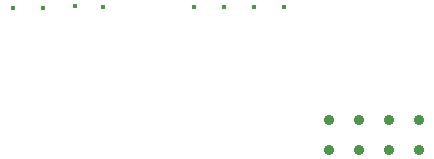
<source format=gbr>
G04 PROTEUS GERBER X2 FILE*
%TF.GenerationSoftware,Labcenter,Proteus,8.5-SP1-Build22252*%
%TF.CreationDate,2016-12-17T22:17:43+00:00*%
%TF.FileFunction,Plated,1,16,PTH*%
%TF.FilePolarity,Positive*%
%TF.Part,Single*%
%FSLAX45Y45*%
%MOMM*%
G01*
%TA.AperFunction,ViaDrill*%
%ADD35C,0.381000*%
%TA.AperFunction,ComponentDrill*%
%ADD36C,0.889000*%
D35*
X-12710079Y+9707961D03*
X-12454568Y+9709472D03*
X-12179269Y+9730771D03*
X-11946373Y+9715706D03*
X-11176000Y+9718040D03*
X-10922000Y+9718040D03*
X-10668000Y+9718040D03*
X-10414000Y+9718040D03*
D36*
X-10033000Y+8509000D03*
X-10033000Y+8763000D03*
X-9779000Y+8509000D03*
X-9779000Y+8763000D03*
X-9525000Y+8509000D03*
X-9525000Y+8763000D03*
X-9271000Y+8509000D03*
X-9271000Y+8763000D03*
M02*

</source>
